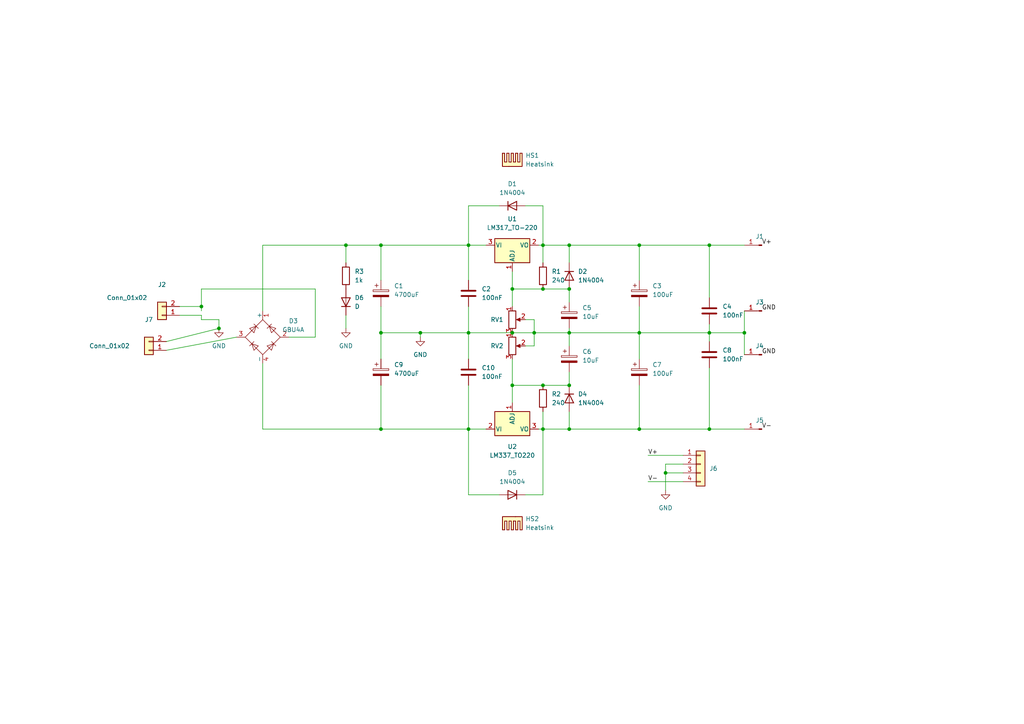
<source format=kicad_sch>
(kicad_sch (version 20211123) (generator eeschema)
  (paper "A4")
  (lib_symbols
    (symbol "Connector:Conn_01x01_Male" (pin_names (offset 1.016) hide)
      (property "Reference" "J" (at 0 2.54 0))
      (property "Value" "Conn_01x01_Male" (at 0 -2.54 0))
      (symbol "Conn_01x01_Male_1_1"
        (polyline (pts (xy 1.27 0) (xy 0.8636 0)) (stroke (width 0.1524)))
        (rectangle (start 0.8636 0.127) (end 0 -0.127) (stroke (width 0.1524)) (fill (type outline)))
        (pin passive line (at 5.08 0 180) (length 3.81) (name "Pin_1") (number "1"))
      )
    )
    (symbol "Connector_Generic:Conn_01x02" (pin_names (offset 1.016) hide)
      (property "Reference" "J" (at 0 2.54 0))
      (property "Value" "Conn_01x02" (at 0 -5.08 0))
      (symbol "Conn_01x02_1_1"
        (rectangle (start -1.27 -2.413) (end 0 -2.667) (stroke (width 0.1524)))
        (rectangle (start -1.27 0.127) (end 0 -0.127) (stroke (width 0.1524)))
        (rectangle (start -1.27 1.27) (end 1.27 -3.81) (stroke (width 0.254)) (fill (type background)))
        (pin passive line (at -5.08 0 0) (length 3.81) (name "Pin_1") (number "1"))
        (pin passive line (at -5.08 -2.54 0) (length 3.81) (name "Pin_2") (number "2"))
      )
    )
    (symbol "Connector_Generic:Conn_01x04" (pin_names (offset 1.016) hide)
      (property "Reference" "J" (at 0 5.08 0))
      (property "Value" "Conn_01x04" (at 0 -7.62 0))
      (symbol "Conn_01x04_1_1"
        (rectangle (start -1.27 -4.953) (end 0 -5.207) (stroke (width 0.1524)))
        (rectangle (start -1.27 -2.413) (end 0 -2.667) (stroke (width 0.1524)))
        (rectangle (start -1.27 0.127) (end 0 -0.127) (stroke (width 0.1524)))
        (rectangle (start -1.27 2.667) (end 0 2.413) (stroke (width 0.1524)))
        (rectangle (start -1.27 3.81) (end 1.27 -6.35) (stroke (width 0.254)) (fill (type background)))
        (pin passive line (at -5.08 2.54 0) (length 3.81) (name "Pin_1") (number "1"))
        (pin passive line (at -5.08 0 0) (length 3.81) (name "Pin_2") (number "2"))
        (pin passive line (at -5.08 -2.54 0) (length 3.81) (name "Pin_3") (number "3"))
        (pin passive line (at -5.08 -5.08 0) (length 3.81) (name "Pin_4") (number "4"))
      )
    )
    (symbol "Device:C" (pin_numbers hide) (pin_names (offset 0.254))
      (property "Reference" "C" (at 0.635 2.54 0))
      (property "Value" "C" (at 0.635 -2.54 0))
      (symbol "C_0_1"
        (polyline (pts (xy -2.032 -0.762) (xy 2.032 -0.762)) (stroke (width 0.508)))
        (polyline (pts (xy -2.032 0.762) (xy 2.032 0.762)) (stroke (width 0.508)))
      )
      (symbol "C_1_1"
        (pin passive line (at 0 3.81 270) (length 2.794) (name "~") (number "1"))
        (pin passive line (at 0 -3.81 90) (length 2.794) (name "~") (number "2"))
      )
    )
    (symbol "Device:C_Polarized" (pin_numbers hide) (pin_names (offset 0.254))
      (property "Reference" "C" (at 0.635 2.54 0))
      (property "Value" "C_Polarized" (at 0.635 -2.54 0))
      (symbol "C_Polarized_0_1"
        (rectangle (start -2.286 0.508) (end 2.286 1.016))
        (polyline (pts (xy -1.778 2.286) (xy -0.762 2.286)))
        (polyline (pts (xy -1.27 2.794) (xy -1.27 1.778)))
        (rectangle (start 2.286 -0.508) (end -2.286 -1.016) (fill (type outline)))
      )
      (symbol "C_Polarized_1_1"
        (pin passive line (at 0 3.81 270) (length 2.794) (name "~") (number "1"))
        (pin passive line (at 0 -3.81 90) (length 2.794) (name "~") (number "2"))
      )
    )
    (symbol "Device:D" (pin_numbers hide) (pin_names (offset 1.016) hide)
      (property "Reference" "D" (at 0 2.54 0))
      (property "Value" "D" (at 0 -2.54 0))
      (symbol "D_0_1"
        (polyline (pts (xy -1.27 1.27) (xy -1.27 -1.27)) (stroke (width 0.254)))
        (polyline (pts (xy 1.27 0) (xy -1.27 0)))
        (polyline (pts (xy 1.27 1.27) (xy 1.27 -1.27) (xy -1.27 0) (xy 1.27 1.27)) (stroke (width 0.254)))
      )
      (symbol "D_1_1"
        (pin passive line (at -3.81 0 0) (length 2.54) (name "K") (number "1"))
        (pin passive line (at 3.81 0 180) (length 2.54) (name "A") (number "2"))
      )
    )
    (symbol "Device:R" (pin_numbers hide) (pin_names (offset 0))
      (property "Reference" "R" (at 2.032 0 90))
      (property "Value" "R" (at 0 0 90))
      (symbol "R_0_1"
        (rectangle (start -1.016 -2.54) (end 1.016 2.54) (stroke (width 0.254)))
      )
      (symbol "R_1_1"
        (pin passive line (at 0 3.81 270) (length 1.27) (name "~") (number "1"))
        (pin passive line (at 0 -3.81 90) (length 1.27) (name "~") (number "2"))
      )
    )
    (symbol "Device:R_Potentiometer" (pin_names (offset 1.016) hide)
      (property "Reference" "RV" (at -4.445 0 90))
      (property "Value" "R_Potentiometer" (at -2.54 0 90))
      (symbol "R_Potentiometer_0_1"
        (polyline (pts (xy 2.54 0) (xy 1.524 0)))
        (polyline (pts (xy 1.143 0) (xy 2.286 0.508) (xy 2.286 -0.508) (xy 1.143 0)) (fill (type outline)))
        (rectangle (start 1.016 2.54) (end -1.016 -2.54) (stroke (width 0.254)))
      )
      (symbol "R_Potentiometer_1_1"
        (pin passive line (at 0 3.81 270) (length 1.27) (name "1") (number "1"))
        (pin passive line (at 3.81 0 180) (length 1.27) (name "2") (number "2"))
        (pin passive line (at 0 -3.81 90) (length 1.27) (name "3") (number "3"))
      )
    )
    (symbol "Diode_Bridge:GBU4A" (pin_names (offset 0))
      (property "Reference" "D" (at 2.54 6.985 0))
      (property "Value" "GBU4A" (at 2.54 5.08 0))
      (symbol "GBU4A_0_1"
        (polyline (pts (xy -2.54 3.81) (xy -1.27 2.54)))
        (polyline (pts (xy -1.27 -2.54) (xy -2.54 -3.81)))
        (polyline (pts (xy 2.54 -1.27) (xy 3.81 -2.54)))
        (polyline (pts (xy 2.54 1.27) (xy 3.81 2.54)))
        (polyline (pts (xy -3.81 2.54) (xy -2.54 1.27) (xy -1.905 3.175) (xy -3.81 2.54)))
        (polyline (pts (xy -2.54 -1.27) (xy -3.81 -2.54) (xy -1.905 -3.175) (xy -2.54 -1.27)))
        (polyline (pts (xy 1.27 2.54) (xy 2.54 3.81) (xy 3.175 1.905) (xy 1.27 2.54)))
        (polyline (pts (xy 3.175 -1.905) (xy 1.27 -2.54) (xy 2.54 -3.81) (xy 3.175 -1.905)))
        (polyline (pts (xy -5.08 0) (xy 0 -5.08) (xy 5.08 0) (xy 0 5.08) (xy -5.08 0)))
      )
      (symbol "GBU4A_1_1"
        (pin passive line (at 7.62 0 180) (length 2.54) (name "+") (number "1"))
        (pin passive line (at 0 -7.62 90) (length 2.54) (name "~") (number "2"))
        (pin passive line (at 0 7.62 270) (length 2.54) (name "~") (number "3"))
        (pin passive line (at -7.62 0 0) (length 2.54) (name "-") (number "4"))
      )
    )
    (symbol "Mechanical:Heatsink" (pin_names (offset 1.016))
      (property "Reference" "HS" (at 0 5.08 0))
      (property "Value" "Heatsink" (at 0 -1.27 0))
      (symbol "Heatsink_0_1"
        (polyline (pts (xy -0.3302 1.27) (xy -0.9652 1.27) (xy -0.9652 3.81) (xy -1.6002 3.81) (xy -1.6002 1.27) (xy -2.2352 1.27) (xy -2.2352 3.81) (xy -2.8702 3.81) (xy -2.8702 0) (xy -0.9652 0)) (stroke (width 0.254)) (fill (type background)))
        (polyline (pts (xy -0.3302 1.27) (xy -0.3302 3.81) (xy 0.3048 3.81) (xy 0.3048 1.27) (xy 0.9398 1.27) (xy 0.9398 3.81) (xy 1.5748 3.81) (xy 1.5748 1.27) (xy 2.2098 1.27) (xy 2.2098 3.81) (xy 2.8448 3.81) (xy 2.8448 0) (xy -0.9652 0)) (stroke (width 0.254)) (fill (type background)))
      )
    )
    (symbol "Regulator_Linear:LM317_TO-220" (pin_names (offset 0.254))
      (property "Reference" "U" (at -3.81 3.175 0))
      (property "Value" "LM317_TO-220" (at 0 3.175 0))
      (symbol "LM317_TO-220_0_1"
        (rectangle (start -5.08 1.905) (end 5.08 -5.08) (stroke (width 0.254)) (fill (type background)))
      )
      (symbol "LM317_TO-220_1_1"
        (pin input line (at 0 -7.62 90) (length 2.54) (name "ADJ") (number "1"))
        (pin power_out line (at 7.62 0 180) (length 2.54) (name "VO") (number "2"))
        (pin power_in line (at -7.62 0 0) (length 2.54) (name "VI") (number "3"))
      )
    )
    (symbol "Regulator_Linear:LM337_TO220" (pin_names (offset 0.254))
      (property "Reference" "U" (at -3.81 -3.175 0))
      (property "Value" "LM337_TO220" (at 0 -3.175 0))
      (symbol "LM337_TO220_0_1"
        (rectangle (start -5.08 5.08) (end 5.08 -1.905) (stroke (width 0.254)) (fill (type background)))
      )
      (symbol "LM337_TO220_1_1"
        (pin input line (at 0 7.62 270) (length 2.54) (name "ADJ") (number "1"))
        (pin power_in line (at -7.62 0 0) (length 2.54) (name "VI") (number "2"))
        (pin power_out line (at 7.62 0 180) (length 2.54) (name "VO") (number "3"))
      )
    )
    (symbol "power:GND" (power) (pin_names (offset 0))
      (property "Value" "GND" (at 0 -3.81 0))
      (symbol "GND_0_1"
        (polyline (pts (xy 0 0) (xy 0 -1.27) (xy 1.27 -1.27) (xy 0 -2.54) (xy -1.27 -1.27) (xy 0 -1.27)))
      )
      (symbol "GND_1_1"
        (pin power_in line (at 0 0 270) (length 0) hide (name "GND") (number "1"))
      )
    )
  )
  (junction (at 110.49 71.12))
  (junction (at 215.9 96.52))
  (junction (at 157.48 111.76))
  (junction (at 185.42 96.52))
  (junction (at 165.1 124.46))
  (junction (at 148.59 111.76))
  (junction (at 205.74 71.12))
  (junction (at 185.42 124.46))
  (junction (at 121.92 96.52))
  (junction (at 157.48 71.12))
  (junction (at 135.89 96.52))
  (junction (at 58.42 88.9))
  (junction (at 185.42 71.12))
  (junction (at 165.1 111.76))
  (junction (at 165.1 83.82))
  (junction (at 165.1 96.52))
  (junction (at 100.33 71.12))
  (junction (at 110.49 96.52))
  (junction (at 157.48 83.82))
  (junction (at 154.94 96.52))
  (junction (at 165.1 71.12))
  (junction (at 193.04 137.16))
  (junction (at 148.59 96.52))
  (junction (at 135.89 124.46))
  (junction (at 135.89 71.12))
  (junction (at 205.74 124.46))
  (junction (at 110.49 124.46))
  (junction (at 157.48 124.46))
  (junction (at 205.74 96.52))
  (junction (at 148.59 83.82))
  (junction (at 63.5 95.25))
  (wire (pts (xy 185.42 71.12) (xy 205.74 71.12)))
  (wire (pts (xy 58.42 83.82) (xy 91.44 83.82)))
  (wire (pts (xy 135.89 96.52) (xy 148.59 96.52)))
  (wire (pts (xy 156.21 71.12) (xy 157.48 71.12)))
  (wire (pts (xy 157.48 111.76) (xy 165.1 111.76)))
  (wire (pts (xy 157.48 71.12) (xy 165.1 71.12)))
  (wire (pts (xy 58.42 83.82) (xy 58.42 88.9)))
  (wire (pts (xy 185.42 71.12) (xy 185.42 81.28)))
  (wire (pts (xy 76.2 90.17) (xy 76.2 71.12)))
  (wire (pts (xy 76.2 71.12) (xy 100.33 71.12)))
  (wire (pts (xy 185.42 111.76) (xy 185.42 124.46)))
  (wire (pts (xy 205.74 96.52) (xy 215.9 96.52)))
  (wire (pts (xy 148.59 111.76) (xy 148.59 116.84)))
  (wire (pts (xy 205.74 71.12) (xy 205.74 86.36)))
  (wire (pts (xy 165.1 124.46) (xy 185.42 124.46)))
  (wire (pts (xy 185.42 96.52) (xy 205.74 96.52)))
  (wire (pts (xy 165.1 83.82) (xy 165.1 87.63)))
  (wire (pts (xy 157.48 71.12) (xy 157.48 76.2)))
  (wire (pts (xy 148.59 96.52) (xy 154.94 96.52)))
  (wire (pts (xy 148.59 83.82) (xy 157.48 83.82)))
  (wire (pts (xy 135.89 96.52) (xy 135.89 104.14)))
  (wire (pts (xy 144.78 59.69) (xy 135.89 59.69)))
  (wire (pts (xy 215.9 90.17) (xy 215.9 96.52)))
  (wire (pts (xy 205.74 71.12) (xy 215.9 71.12)))
  (wire (pts (xy 152.4 92.71) (xy 154.94 92.71)))
  (wire (pts (xy 215.9 96.52) (xy 215.9 102.87)))
  (wire (pts (xy 165.1 119.38) (xy 165.1 124.46)))
  (wire (pts (xy 185.42 88.9) (xy 185.42 96.52)))
  (wire (pts (xy 58.42 91.44) (xy 58.42 92.71)))
  (wire (pts (xy 83.82 97.79) (xy 91.44 97.79)))
  (wire (pts (xy 165.1 71.12) (xy 185.42 71.12)))
  (wire (pts (xy 110.49 111.76) (xy 110.49 124.46)))
  (wire (pts (xy 157.48 83.82) (xy 165.1 83.82)))
  (wire (pts (xy 121.92 96.52) (xy 135.89 96.52)))
  (wire (pts (xy 193.04 134.62) (xy 198.12 134.62)))
  (wire (pts (xy 76.2 105.41) (xy 76.2 124.46)))
  (wire (pts (xy 205.74 106.68) (xy 205.74 124.46)))
  (wire (pts (xy 148.59 111.76) (xy 157.48 111.76)))
  (wire (pts (xy 157.48 119.38) (xy 157.48 124.46)))
  (wire (pts (xy 165.1 95.25) (xy 165.1 96.52)))
  (wire (pts (xy 48.26 101.6) (xy 68.58 97.79)))
  (wire (pts (xy 152.4 100.33) (xy 154.94 100.33)))
  (wire (pts (xy 135.89 88.9) (xy 135.89 96.52)))
  (wire (pts (xy 76.2 124.46) (xy 110.49 124.46)))
  (wire (pts (xy 156.21 124.46) (xy 157.48 124.46)))
  (wire (pts (xy 110.49 96.52) (xy 110.49 104.14)))
  (wire (pts (xy 135.89 59.69) (xy 135.89 71.12)))
  (wire (pts (xy 110.49 88.9) (xy 110.49 96.52)))
  (wire (pts (xy 148.59 104.14) (xy 148.59 111.76)))
  (wire (pts (xy 165.1 96.52) (xy 165.1 100.33)))
  (wire (pts (xy 91.44 83.82) (xy 91.44 97.79)))
  (wire (pts (xy 157.48 124.46) (xy 165.1 124.46)))
  (wire (pts (xy 157.48 71.12) (xy 157.48 59.69)))
  (wire (pts (xy 52.07 91.44) (xy 58.42 91.44)))
  (wire (pts (xy 157.48 59.69) (xy 152.4 59.69)))
  (wire (pts (xy 193.04 137.16) (xy 198.12 137.16)))
  (wire (pts (xy 154.94 100.33) (xy 154.94 96.52)))
  (wire (pts (xy 148.59 78.74) (xy 148.59 83.82)))
  (wire (pts (xy 152.4 143.51) (xy 157.48 143.51)))
  (wire (pts (xy 135.89 111.76) (xy 135.89 124.46)))
  (wire (pts (xy 187.96 139.7) (xy 198.12 139.7)))
  (wire (pts (xy 185.42 124.46) (xy 205.74 124.46)))
  (wire (pts (xy 205.74 93.98) (xy 205.74 96.52)))
  (wire (pts (xy 110.49 96.52) (xy 121.92 96.52)))
  (wire (pts (xy 165.1 71.12) (xy 165.1 76.2)))
  (wire (pts (xy 165.1 96.52) (xy 185.42 96.52)))
  (wire (pts (xy 135.89 71.12) (xy 135.89 81.28)))
  (wire (pts (xy 121.92 96.52) (xy 121.92 97.79)))
  (wire (pts (xy 110.49 124.46) (xy 135.89 124.46)))
  (wire (pts (xy 135.89 143.51) (xy 144.78 143.51)))
  (wire (pts (xy 110.49 81.28) (xy 110.49 71.12)))
  (wire (pts (xy 205.74 96.52) (xy 205.74 99.06)))
  (wire (pts (xy 165.1 107.95) (xy 165.1 111.76)))
  (wire (pts (xy 100.33 91.44) (xy 100.33 95.25)))
  (wire (pts (xy 63.5 92.71) (xy 63.5 95.25)))
  (wire (pts (xy 48.26 99.06) (xy 63.5 95.25)))
  (wire (pts (xy 193.04 137.16) (xy 193.04 134.62)))
  (wire (pts (xy 135.89 124.46) (xy 140.97 124.46)))
  (wire (pts (xy 205.74 124.46) (xy 215.9 124.46)))
  (wire (pts (xy 135.89 124.46) (xy 135.89 143.51)))
  (wire (pts (xy 154.94 96.52) (xy 165.1 96.52)))
  (wire (pts (xy 52.07 88.9) (xy 58.42 88.9)))
  (wire (pts (xy 110.49 71.12) (xy 135.89 71.12)))
  (wire (pts (xy 193.04 142.24) (xy 193.04 137.16)))
  (wire (pts (xy 100.33 76.2) (xy 100.33 71.12)))
  (wire (pts (xy 58.42 92.71) (xy 63.5 92.71)))
  (wire (pts (xy 148.59 83.82) (xy 148.59 88.9)))
  (wire (pts (xy 185.42 96.52) (xy 185.42 104.14)))
  (wire (pts (xy 58.42 88.9) (xy 58.42 90.17)))
  (wire (pts (xy 154.94 92.71) (xy 154.94 96.52)))
  (wire (pts (xy 187.96 132.08) (xy 198.12 132.08)))
  (wire (pts (xy 135.89 71.12) (xy 140.97 71.12)))
  (wire (pts (xy 100.33 71.12) (xy 110.49 71.12)))
  (wire (pts (xy 157.48 124.46) (xy 157.48 143.51)))
  (label "GND" (at 220.98 102.87 0))
  (label "GND" (at 220.98 90.17 0))
  (label "V+" (at 220.98 71.12 0))
  (label "V-" (at 187.96 139.7 0))
  (label "V-" (at 220.98 124.46 0))
  (label "V+" (at 187.96 132.08 0))
  (symbol (lib_id "Device:C_Polarized") (at 185.42 107.95 0) (unit 1)
    (property "Reference" "C7" (at 189.23 105.7909 0) (effects (justify left)))
    (property "Value" "100uF" (at 189.23 108.3309 0) (effects (justify left)))
    (property "Footprint" "Capacitor_THT:CP_Radial_D7.5mm_P2.50mm" (effects hide))
  )
  (symbol (lib_id "Mechanical:Heatsink") (at 148.59 149.86 180) (unit 1)
    (property "Reference" "HS2" (at 152.4 150.4949 0) (effects (justify right)))
    (property "Value" "Heatsink" (at 152.4 153.0349 0) (effects (justify right)))
    (property "Footprint" "Heatsink:Heatsink_Stonecold_HS-132_32x14mm_2xFixation1.5mm" (effects hide))
  )
  (symbol (lib_id "Device:C_Polarized") (at 165.1 104.14 0) (unit 1)
    (property "Reference" "C6" (at 168.91 101.9809 0) (effects (justify left)))
    (property "Value" "10uF" (at 168.91 104.5209 0) (effects (justify left)))
    (property "Footprint" "Capacitor_THT:CP_Radial_D5.0mm_P2.50mm" (effects hide))
  )
  (symbol (lib_id "Device:R_Potentiometer") (at 148.59 92.71 0) (unit 1)
    (property "Reference" "RV1" (at 146.05 92.7099 0) (effects (justify right)))
    (property "Value" "R_Potentiometer" (effects hide))
    (property "Footprint" "Potentiometer_THT:Potentiometer_Piher_T-16L_Single_Vertical_Hole" (effects hide))
  )
  (symbol (lib_id "Regulator_Linear:LM337_TO220") (at 148.59 124.46 0) (unit 1)
    (property "Reference" "U2" (at 148.59 129.54 0))
    (property "Value" "LM337_TO220" (at 148.59 132.08 0))
    (property "Footprint" "Package_TO_SOT_THT:TO-220-3_Vertical" (effects hide))
    (property "Datasheet" "http://www.ti.com/lit/ds/symlink/lm337-n.pdf" (effects hide))
  )
  (symbol (lib_id "Device:C") (at 135.89 85.09 0) (unit 1)
    (property "Reference" "C2" (at 139.7 83.8199 0) (effects (justify left)))
    (property "Value" "100nF" (at 139.7 86.3599 0) (effects (justify left)))
    (property "Footprint" "Capacitor_THT:C_Disc_D3.0mm_W2.0mm_P2.50mm" (effects hide))
  )
  (symbol (lib_id "Device:R") (at 157.48 80.01 0) (unit 1)
    (property "Reference" "R1" (at 160.02 78.7399 0) (effects (justify left)))
    (property "Value" "240" (at 160.02 81.2799 0) (effects (justify left)))
    (property "Footprint" "Resistor_THT:R_Axial_DIN0207_L6.3mm_D2.5mm_P10.16mm_Horizontal" (effects hide))
  )
  (symbol (lib_id "power:GND") (at 121.92 97.79 0) (unit 1)
    (property "Reference" "#PWR0103" (effects hide))
    (property "Value" "GND" (at 121.92 102.87 0))
  )
  (symbol (lib_id "power:GND") (at 193.04 142.24 0) (unit 1)
    (property "Reference" "#PWR0104" (effects hide))
    (property "Value" "GND" (at 193.04 147.32 0))
  )
  (symbol (lib_id "Connector_Generic:Conn_01x02") (at 46.99 91.44 180) (unit 1)
    (property "Reference" "J2" (at 46.99 82.55 0))
    (property "Value" "Conn_01x02" (at 36.83 86.36 0))
    (property "Footprint" "TerminalBlock_Phoenix:TerminalBlock_Phoenix_MKDS-1,5-2_1x02_P5.00mm_Horizontal" (effects hide))
  )
  (symbol (lib_id "Connector:Conn_01x01_Male") (at 220.98 102.87 180) (unit 1)
    (property "Reference" "J4" (at 220.345 100.33 0))
    (property "Value" "Conn_01x01_Male" (effects hide))
    (property "Footprint" "footprints:Banana_Jack_1Pin" (effects hide))
  )
  (symbol (lib_id "Connector:Conn_01x01_Male") (at 220.98 124.46 180) (unit 1)
    (property "Reference" "J5" (at 220.345 121.92 0))
    (property "Value" "Conn_01x01_Male" (effects hide))
    (property "Footprint" "footprints:Banana_Jack_1Pin" (effects hide))
  )
  (symbol (lib_id "Diode_Bridge:GBU4A") (at 76.2 97.79 90) (unit 1)
    (property "Reference" "D3" (at 85.09 93.091 90))
    (property "Value" "GBU4A" (at 85.09 95.631 90))
    (property "Footprint" "Diode_THT:Diode_Bridge_Vishay_GBU" (effects hide))
    (property "Datasheet" "http://www.vishay.com/docs/88656/gbu4a.pdf" (effects hide))
  )
  (symbol (lib_id "Device:D") (at 165.1 80.01 270) (unit 1)
    (property "Reference" "D2" (at 167.64 78.7399 90) (effects (justify left)))
    (property "Value" "1N4004" (at 167.64 81.2799 90) (effects (justify left)))
    (property "Footprint" "Diode_THT:D_5W_P10.16mm_Horizontal" (effects hide))
  )
  (symbol (lib_id "Connector:Conn_01x01_Male") (at 220.98 90.17 180) (unit 1)
    (property "Reference" "J3" (at 220.345 87.63 0))
    (property "Value" "Conn_01x01_Male" (effects hide))
    (property "Footprint" "footprints:Banana_Jack_1Pin" (effects hide))
  )
  (symbol (lib_id "Device:C") (at 205.74 90.17 0) (unit 1)
    (property "Reference" "C4" (at 209.55 88.8999 0) (effects (justify left)))
    (property "Value" "100nF" (at 209.55 91.4399 0) (effects (justify left)))
    (property "Footprint" "Capacitor_THT:C_Disc_D3.0mm_W2.0mm_P2.50mm" (effects hide))
  )
  (symbol (lib_id "Connector:Conn_01x01_Male") (at 220.98 71.12 180) (unit 1)
    (property "Reference" "J1" (at 220.345 68.58 0))
    (property "Value" "Conn_01x01_Male" (effects hide))
    (property "Footprint" "footprints:Banana_Jack_1Pin" (effects hide))
  )
  (symbol (lib_id "Device:C_Polarized") (at 185.42 85.09 0) (unit 1)
    (property "Reference" "C3" (at 189.23 82.9309 0) (effects (justify left)))
    (property "Value" "100uF" (at 189.23 85.4709 0) (effects (justify left)))
    (property "Footprint" "Capacitor_THT:CP_Radial_D7.5mm_P2.50mm" (effects hide))
  )
  (symbol (lib_id "Device:C_Polarized") (at 165.1 91.44 0) (unit 1)
    (property "Reference" "C5" (at 168.91 89.2809 0) (effects (justify left)))
    (property "Value" "10uF" (at 168.91 91.8209 0) (effects (justify left)))
    (property "Footprint" "Capacitor_THT:CP_Radial_D5.0mm_P2.50mm" (effects hide))
  )
  (symbol (lib_id "Device:R") (at 100.33 80.01 0) (unit 1)
    (property "Reference" "R3" (at 102.87 78.7399 0) (effects (justify left)))
    (property "Value" "1k" (at 102.87 81.2799 0) (effects (justify left)))
    (property "Footprint" "Resistor_THT:R_Axial_DIN0204_L3.6mm_D1.6mm_P7.62mm_Horizontal" (effects hide))
  )
  (symbol (lib_id "Connector_Generic:Conn_01x02") (at 43.18 101.6 180) (unit 1)
    (property "Reference" "J7" (at 43.18 92.71 0))
    (property "Value" "Conn_01x02" (at 31.75 100.33 0))
    (property "Footprint" "TerminalBlock_Phoenix:TerminalBlock_Phoenix_MKDS-1,5-2_1x02_P5.00mm_Horizontal" (effects hide))
  )
  (symbol (lib_id "Device:R") (at 157.48 115.57 0) (unit 1)
    (property "Reference" "R2" (at 160.02 114.2999 0) (effects (justify left)))
    (property "Value" "240" (at 160.02 116.8399 0) (effects (justify left)))
    (property "Footprint" "Resistor_THT:R_Axial_DIN0207_L6.3mm_D2.5mm_P10.16mm_Horizontal" (effects hide))
  )
  (symbol (lib_id "Connector_Generic:Conn_01x04") (at 203.2 134.62 0) (unit 1)
    (property "Reference" "J6" (at 205.74 135.8899 0) (effects (justify left)))
    (property "Value" "Conn_01x04" (effects hide))
    (property "Footprint" "Connector_PinHeader_2.54mm:PinHeader_1x04_P2.54mm_Vertical" (effects hide))
  )
  (symbol (lib_id "Mechanical:Heatsink") (at 148.59 48.26 0) (unit 1)
    (property "Reference" "HS1" (at 152.4 45.0849 0) (effects (justify left)))
    (property "Value" "Heatsink" (at 152.4 47.6249 0) (effects (justify left)))
    (property "Footprint" "Heatsink:Heatsink_Stonecold_HS-132_32x14mm_2xFixation1.5mm" (effects hide))
  )
  (symbol (lib_id "power:GND") (at 63.5 95.25 0) (unit 1)
    (property "Reference" "#PWR0102" (effects hide))
    (property "Value" "GND" (at 63.5 100.33 0))
  )
  (symbol (lib_id "Device:C_Polarized") (at 110.49 107.95 0) (unit 1)
    (property "Reference" "C9" (at 114.3 105.7909 0) (effects (justify left)))
    (property "Value" "4700uF" (at 114.3 108.3309 0) (effects (justify left)))
    (property "Footprint" "Capacitor_THT:CP_Radial_D10.0mm_P2.50mm" (effects hide))
  )
  (symbol (lib_id "Device:C_Polarized") (at 110.49 85.09 0) (unit 1)
    (property "Reference" "C1" (at 114.3 82.9309 0) (effects (justify left)))
    (property "Value" "4700uF" (at 114.3 85.4709 0) (effects (justify left)))
    (property "Footprint" "Capacitor_THT:CP_Radial_D10.0mm_P2.50mm" (effects hide))
  )
  (symbol (lib_id "Device:C") (at 135.89 107.95 0) (unit 1)
    (property "Reference" "C10" (at 139.7 106.6799 0) (effects (justify left)))
    (property "Value" "100nF" (at 139.7 109.2199 0) (effects (justify left)))
    (property "Footprint" "Capacitor_THT:C_Disc_D3.0mm_W2.0mm_P2.50mm" (effects hide))
  )
  (symbol (lib_id "Device:R_Potentiometer") (at 148.59 100.33 0) (unit 1)
    (property "Reference" "RV2" (at 146.05 100.3299 0) (effects (justify right)))
    (property "Value" "R_Potentiometer" (effects hide))
    (property "Footprint" "Potentiometer_THT:Potentiometer_Piher_T-16L_Single_Vertical_Hole" (effects hide))
  )
  (symbol (lib_id "Device:D") (at 165.1 115.57 270) (unit 1)
    (property "Reference" "D4" (at 167.64 114.2999 90) (effects (justify left)))
    (property "Value" "1N4004" (at 167.64 116.8399 90) (effects (justify left)))
    (property "Footprint" "Diode_THT:D_5W_P10.16mm_Horizontal" (effects hide))
  )
  (symbol (lib_id "Device:C") (at 205.74 102.87 0) (unit 1)
    (property "Reference" "C8" (at 209.55 101.5999 0) (effects (justify left)))
    (property "Value" "100nF" (at 209.55 104.1399 0) (effects (justify left)))
    (property "Footprint" "Capacitor_THT:C_Disc_D3.0mm_W2.0mm_P2.50mm" (effects hide))
  )
  (symbol (lib_id "Regulator_Linear:LM317_TO-220") (at 148.59 71.12 0) (unit 1)
    (property "Reference" "U1" (at 148.59 63.5 0))
    (property "Value" "LM317_TO-220" (at 148.59 66.04 0))
    (property "Footprint" "Package_TO_SOT_THT:TO-220-3_Vertical" (effects hide))
    (property "Datasheet" "http://www.ti.com/lit/ds/symlink/lm317.pdf" (effects hide))
  )
  (symbol (lib_id "Device:D") (at 148.59 59.69 0) (unit 1)
    (property "Reference" "D1" (at 148.59 53.34 0))
    (property "Value" "1N4004" (at 148.59 55.88 0))
    (property "Footprint" "Diode_THT:D_5W_P10.16mm_Horizontal" (effects hide))
  )
  (symbol (lib_id "Device:D") (at 100.33 87.63 90) (unit 1)
    (property "Reference" "D6" (at 102.87 86.3599 90) (effects (justify right)))
    (property "Value" "D" (at 102.87 88.8999 90) (effects (justify right)))
    (property "Footprint" "LED_THT:LED_D5.0mm" (effects hide))
  )
  (symbol (lib_id "power:GND") (at 100.33 95.25 0) (unit 1)
    (property "Reference" "#PWR0101" (effects hide))
    (property "Value" "GND" (at 100.33 100.33 0))
  )
  (symbol (lib_id "Device:D") (at 148.59 143.51 180) (unit 1)
    (property "Reference" "D5" (at 148.59 137.16 0))
    (property "Value" "1N4004" (at 148.59 139.7 0))
    (property "Footprint" "Diode_THT:D_5W_P10.16mm_Horizontal" (effects hide))
  )
)
</source>
